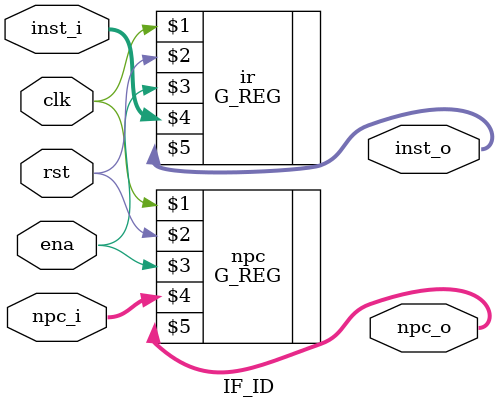
<source format=v>
`timescale 1ns / 1ps

module IF_ID(
    input clk,
    input rst,
    input ena,
    input [31:0]npc_i,
    input [31:0]inst_i,
    
    output [31:0]npc_o,
    output [31:0]inst_o
    );
    G_REG npc(clk,rst,ena,npc_i,npc_o);
    G_REG ir(clk,rst,ena,inst_i,inst_o);
endmodule

</source>
